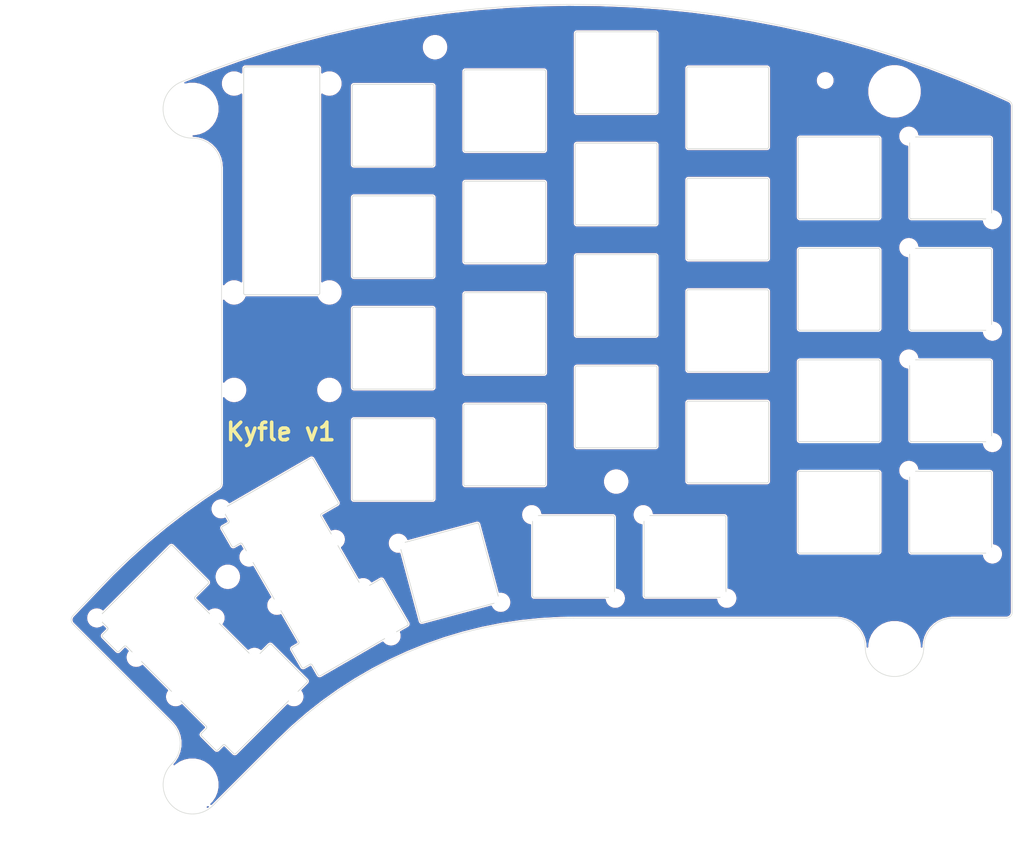
<source format=kicad_pcb>
(kicad_pcb (version 20171130) (host pcbnew 5.1.10-88a1d61d58~90~ubuntu20.04.1)
  (layers (0 F.Cu signal) (31 B.Cu signal) (34 B.Paste user hide) (35 F.Paste user hide) (36 B.SilkS user hide) (37 F.SilkS user) (38 B.Mask user hide) (39 F.Mask user hide) (44 Edge.Cuts user))
  (net 0 "")
  (module SofleChocTop:SK6812_Bit (layer F.Cu) (at 204.76875 36.73125)
    (fp_text reference SW2 hide)
    (fp_text value KEY_SWITCH hide)
    (pad "" np_thru_hole circle (at 0 0) (size 2.5 2.5) (drill 2.5) (layers *.Cu *.Mask))
  )
  (module SofleChocTop:SU120_RGB_SW_2u_Top (layer F.Cu) (at 116.057845 120.838155 30)
    (fp_text reference SW2 hide)
    (fp_text value KEY_SWITCH hide)
    (fp_arc (start -7.3 -9.64) (end -7 -9.64) (angle -90) (layer Edge.Cuts) (width 0.12))
    (fp_arc (start -8.45 -10.24) (end -8.75 -10.24) (angle -90) (layer Edge.Cuts) (width 0.12))
    (fp_arc (start -7.3 -14.24) (end -7.3 -13.94) (angle -90) (layer Edge.Cuts) (width 0.12))
    (fp_arc (start -8.45 -13.64) (end -8.45 -13.94) (angle -90) (layer Edge.Cuts) (width 0.12))
    (fp_arc (start -7.3 9.64) (end -7.3 9.94) (angle -90) (layer Edge.Cuts) (width 0.12))
    (fp_arc (start -8.45 10.24) (end -8.45 9.94) (angle -90) (layer Edge.Cuts) (width 0.12))
    (fp_arc (start -8.45 13.64) (end -8.75 13.64) (angle -90) (layer Edge.Cuts) (width 0.12))
    (fp_arc (start -7.3 14.24) (end -7 14.24) (angle -90) (layer Edge.Cuts) (width 0.12))
    (fp_arc (start 10.45 7.655) (end 10.75 7.655) (angle -90) (layer Edge.Cuts) (width 0.12))
    (fp_arc (start 7.3 7.055) (end 7 7.055) (angle -90) (layer Edge.Cuts) (width 0.12))
    (fp_arc (start 7.3 -7.055) (end 7.3 -7.355) (angle -90) (layer Edge.Cuts) (width 0.12))
    (fp_arc (start 10.45 -7.655) (end 10.45 -7.355) (angle -90) (layer Edge.Cuts) (width 0.12))
    (fp_arc (start 10.45 16.225) (end 10.45 16.525) (angle -90) (layer Edge.Cuts) (width 0.12))
    (fp_arc (start -6.7 16.225) (end -7 16.225) (angle -90) (layer Edge.Cuts) (width 0.12))
    (fp_arc (start -6.7 -16.225) (end -6.7 -16.525) (angle -90) (layer Edge.Cuts) (width 0.12))
    (fp_arc (start 10.45 -16.225) (end 10.75 -16.225) (angle -90) (layer Edge.Cuts) (width 0.12))
    (fp_line (start -7 -16.225) (end -7 -14.24) (layer Edge.Cuts) (width 0.12))
    (fp_line (start -8.75 -10.24) (end -8.75 -13.64) (layer Edge.Cuts) (width 0.12))
    (fp_line (start -7 16.225) (end -7 14.24) (layer Edge.Cuts) (width 0.12))
    (fp_line (start -8.75 10.24) (end -8.75 13.64) (layer Edge.Cuts) (width 0.12))
    (fp_line (start 10.45 7.355) (end 7.3 7.355) (layer Edge.Cuts) (width 0.12))
    (fp_line (start 10.45 -7.355) (end 7.3 -7.355) (layer Edge.Cuts) (width 0.12))
    (fp_line (start 10.75 -16.225) (end 10.75 -7.655) (layer Edge.Cuts) (width 0.12))
    (fp_line (start 10.75 16.225) (end 10.75 7.655) (layer Edge.Cuts) (width 0.12))
    (fp_line (start 7 7.055) (end 7 -7.055) (layer Edge.Cuts) (width 0.12))
    (fp_line (start -6.7 16.525) (end 10.45 16.525) (layer Edge.Cuts) (width 0.12))
    (fp_line (start 10.45 -16.525) (end -6.7 -16.525) (layer Edge.Cuts) (width 0.12))
    (fp_line (start -7 -9.64) (end -7 9.64) (layer Edge.Cuts) (width 0.12))
    (fp_line (start -8.45 13.94) (end -7.3 13.94) (layer Edge.Cuts) (width 0.12))
    (fp_line (start -8.45 9.94) (end -7.3 9.94) (layer Edge.Cuts) (width 0.12))
    (fp_line (start -8.45 -9.94) (end -7.3 -9.94) (layer Edge.Cuts) (width 0.12))
    (fp_line (start -8.45 -13.94) (end -7.3 -13.94) (layer Edge.Cuts) (width 0.12))
    (pad "" np_thru_hole circle (at 7.14375 7.14375 30) (size 2.2 2.2) (drill 2.2) (layers *.Cu *.Mask) (clearance 0.55))
    (pad "" np_thru_hole circle (at -7.14375 -7.14375 30) (size 2.2 2.2) (drill 2.2) (layers *.Cu *.Mask) (clearance 0.55))
    (pad "" np_thru_hole circle (at -7.14375 2.38125 30) (size 2.2 2.2) (drill 2.2) (layers *.Cu *.Mask) (clearance 0.55))
    (pad "" np_thru_hole circle (at 7.14375 16.66875 30) (size 2.2 2.2) (drill 2.2) (layers *.Cu *.Mask) (clearance 0.55))
    (pad "" np_thru_hole circle (at 7.14375 -2.38125 30) (size 2.2 2.2) (drill 2.2) (layers *.Cu *.Mask) (clearance 0.55))
    (pad "" np_thru_hole circle (at -7.14375 -16.66875 30) (size 2.2 2.2) (drill 2.2) (layers *.Cu *.Mask) (clearance 0.55))
  )
  (module SofleChocTop:SU120_RGB_SW_2u_Top (layer F.Cu) (at 97.135413 135.364647 45)
    (fp_text reference SW2 hide)
    (fp_text value KEY_SWITCH hide)
    (fp_arc (start -7.3 -9.64) (end -7 -9.64) (angle -90) (layer Edge.Cuts) (width 0.12))
    (fp_arc (start -8.45 -10.24) (end -8.75 -10.24) (angle -90) (layer Edge.Cuts) (width 0.12))
    (fp_arc (start -7.3 -14.24) (end -7.3 -13.94) (angle -90) (layer Edge.Cuts) (width 0.12))
    (fp_arc (start -8.45 -13.64) (end -8.45 -13.94) (angle -90) (layer Edge.Cuts) (width 0.12))
    (fp_arc (start -7.3 9.64) (end -7.3 9.94) (angle -90) (layer Edge.Cuts) (width 0.12))
    (fp_arc (start -8.45 10.24) (end -8.45 9.94) (angle -90) (layer Edge.Cuts) (width 0.12))
    (fp_arc (start -8.45 13.64) (end -8.75 13.64) (angle -90) (layer Edge.Cuts) (width 0.12))
    (fp_arc (start -7.3 14.24) (end -7 14.24) (angle -90) (layer Edge.Cuts) (width 0.12))
    (fp_arc (start 10.45 7.655) (end 10.75 7.655) (angle -90) (layer Edge.Cuts) (width 0.12))
    (fp_arc (start 7.3 7.055) (end 7 7.055) (angle -90) (layer Edge.Cuts) (width 0.12))
    (fp_arc (start 7.3 -7.055) (end 7.3 -7.355) (angle -90) (layer Edge.Cuts) (width 0.12))
    (fp_arc (start 10.45 -7.655) (end 10.45 -7.355) (angle -90) (layer Edge.Cuts) (width 0.12))
    (fp_arc (start 10.45 16.225) (end 10.45 16.525) (angle -90) (layer Edge.Cuts) (width 0.12))
    (fp_arc (start -6.7 16.225) (end -7 16.225) (angle -90) (layer Edge.Cuts) (width 0.12))
    (fp_arc (start -6.7 -16.225) (end -6.7 -16.525) (angle -90) (layer Edge.Cuts) (width 0.12))
    (fp_arc (start 10.45 -16.225) (end 10.75 -16.225) (angle -90) (layer Edge.Cuts) (width 0.12))
    (fp_line (start -7 -16.225) (end -7 -14.24) (layer Edge.Cuts) (width 0.12))
    (fp_line (start -8.75 -10.24) (end -8.75 -13.64) (layer Edge.Cuts) (width 0.12))
    (fp_line (start -7 16.225) (end -7 14.24) (layer Edge.Cuts) (width 0.12))
    (fp_line (start -8.75 10.24) (end -8.75 13.64) (layer Edge.Cuts) (width 0.12))
    (fp_line (start 10.45 7.355) (end 7.3 7.355) (layer Edge.Cuts) (width 0.12))
    (fp_line (start 10.45 -7.355) (end 7.3 -7.355) (layer Edge.Cuts) (width 0.12))
    (fp_line (start 10.75 -16.225) (end 10.75 -7.655) (layer Edge.Cuts) (width 0.12))
    (fp_line (start 10.75 16.225) (end 10.75 7.655) (layer Edge.Cuts) (width 0.12))
    (fp_line (start 7 7.055) (end 7 -7.055) (layer Edge.Cuts) (width 0.12))
    (fp_line (start -6.7 16.525) (end 10.45 16.525) (layer Edge.Cuts) (width 0.12))
    (fp_line (start 10.45 -16.525) (end -6.7 -16.525) (layer Edge.Cuts) (width 0.12))
    (fp_line (start -7 -9.64) (end -7 9.64) (layer Edge.Cuts) (width 0.12))
    (fp_line (start -8.45 13.94) (end -7.3 13.94) (layer Edge.Cuts) (width 0.12))
    (fp_line (start -8.45 9.94) (end -7.3 9.94) (layer Edge.Cuts) (width 0.12))
    (fp_line (start -8.45 -9.94) (end -7.3 -9.94) (layer Edge.Cuts) (width 0.12))
    (fp_line (start -8.45 -13.94) (end -7.3 -13.94) (layer Edge.Cuts) (width 0.12))
    (pad "" np_thru_hole circle (at 7.14375 7.14375 45) (size 2.2 2.2) (drill 2.2) (layers *.Cu *.Mask) (clearance 0.55))
    (pad "" np_thru_hole circle (at -7.14375 -7.14375 45) (size 2.2 2.2) (drill 2.2) (layers *.Cu *.Mask) (clearance 0.55))
    (pad "" np_thru_hole circle (at -7.14375 2.38125 45) (size 2.2 2.2) (drill 2.2) (layers *.Cu *.Mask) (clearance 0.55))
    (pad "" np_thru_hole circle (at 7.14375 16.66875 45) (size 2.2 2.2) (drill 2.2) (layers *.Cu *.Mask) (clearance 0.55))
    (pad "" np_thru_hole circle (at 7.14375 -2.38125 45) (size 2.2 2.2) (drill 2.2) (layers *.Cu *.Mask) (clearance 0.55))
    (pad "" np_thru_hole circle (at -7.14375 -16.66875 45) (size 2.2 2.2) (drill 2.2) (layers *.Cu *.Mask) (clearance 0.55))
  )
  (module SofleChocTop:SU120_RGB_SW_Top_drilled (layer F.Cu) (at 226.2 53.4)
    (fp_text reference SW2 hide)
    (fp_text value KEY_SWITCH hide)
    (fp_arc (start 6.7 -6.7) (end 7 -6.7) (angle -90) (layer Edge.Cuts) (width 0.12))
    (fp_arc (start -6.7 -6.7) (end -6.7 -7) (angle -90) (layer Edge.Cuts) (width 0.12))
    (fp_arc (start -6.7 6.7) (end -7 6.7) (angle -90) (layer Edge.Cuts) (width 0.12))
    (fp_arc (start 6.7 6.7) (end 6.7 7) (angle -90) (layer Edge.Cuts) (width 0.12))
    (fp_line (start 6.7 -7) (end -6.7 -7) (layer Edge.Cuts) (width 0.12))
    (fp_line (start 7 6.7) (end 7 -6.7) (layer Edge.Cuts) (width 0.12))
    (fp_line (start -6.7 7) (end 6.7 7) (layer Edge.Cuts) (width 0.12))
    (fp_line (start -7 -6.7) (end -7 6.7) (layer Edge.Cuts) (width 0.12))
    (pad "" np_thru_hole circle (at 7.14375 7.14375) (size 2.2 2.2) (drill 2.2) (layers *.Cu *.Mask) (clearance 0.55))
    (pad "" np_thru_hole circle (at -7.14375 -7.14375) (size 2.2 2.2) (drill 2.2) (layers *.Cu *.Mask) (clearance 0.55))
  )
  (module SofleChocTop:SU120_RGB_SW_Top_drilled (layer F.Cu) (at 226.2 72.45)
    (fp_text reference SW2 hide)
    (fp_text value KEY_SWITCH hide)
    (fp_arc (start 6.7 -6.7) (end 7 -6.7) (angle -90) (layer Edge.Cuts) (width 0.12))
    (fp_arc (start -6.7 -6.7) (end -6.7 -7) (angle -90) (layer Edge.Cuts) (width 0.12))
    (fp_arc (start -6.7 6.7) (end -7 6.7) (angle -90) (layer Edge.Cuts) (width 0.12))
    (fp_arc (start 6.7 6.7) (end 6.7 7) (angle -90) (layer Edge.Cuts) (width 0.12))
    (fp_line (start 6.7 -7) (end -6.7 -7) (layer Edge.Cuts) (width 0.12))
    (fp_line (start 7 6.7) (end 7 -6.7) (layer Edge.Cuts) (width 0.12))
    (fp_line (start -6.7 7) (end 6.7 7) (layer Edge.Cuts) (width 0.12))
    (fp_line (start -7 -6.7) (end -7 6.7) (layer Edge.Cuts) (width 0.12))
    (pad "" np_thru_hole circle (at 7.14375 7.14375) (size 2.2 2.2) (drill 2.2) (layers *.Cu *.Mask) (clearance 0.55))
    (pad "" np_thru_hole circle (at -7.14375 -7.14375) (size 2.2 2.2) (drill 2.2) (layers *.Cu *.Mask) (clearance 0.55))
  )
  (module SofleChocTop:SU120_RGB_SW_Top_drilled (layer F.Cu) (at 226.2 91.5)
    (fp_text reference SW2 hide)
    (fp_text value KEY_SWITCH hide)
    (fp_arc (start 6.7 -6.7) (end 7 -6.7) (angle -90) (layer Edge.Cuts) (width 0.12))
    (fp_arc (start -6.7 -6.7) (end -6.7 -7) (angle -90) (layer Edge.Cuts) (width 0.12))
    (fp_arc (start -6.7 6.7) (end -7 6.7) (angle -90) (layer Edge.Cuts) (width 0.12))
    (fp_arc (start 6.7 6.7) (end 6.7 7) (angle -90) (layer Edge.Cuts) (width 0.12))
    (fp_line (start 6.7 -7) (end -6.7 -7) (layer Edge.Cuts) (width 0.12))
    (fp_line (start 7 6.7) (end 7 -6.7) (layer Edge.Cuts) (width 0.12))
    (fp_line (start -6.7 7) (end 6.7 7) (layer Edge.Cuts) (width 0.12))
    (fp_line (start -7 -6.7) (end -7 6.7) (layer Edge.Cuts) (width 0.12))
    (pad "" np_thru_hole circle (at 7.14375 7.14375) (size 2.2 2.2) (drill 2.2) (layers *.Cu *.Mask) (clearance 0.55))
    (pad "" np_thru_hole circle (at -7.14375 -7.14375) (size 2.2 2.2) (drill 2.2) (layers *.Cu *.Mask) (clearance 0.55))
  )
  (module SofleChocTop:SU120_RGB_SW_Top_drilled (layer F.Cu) (at 226.2 110.55)
    (fp_text reference SW2 hide)
    (fp_text value KEY_SWITCH hide)
    (fp_arc (start 6.7 -6.7) (end 7 -6.7) (angle -90) (layer Edge.Cuts) (width 0.12))
    (fp_arc (start -6.7 -6.7) (end -6.7 -7) (angle -90) (layer Edge.Cuts) (width 0.12))
    (fp_arc (start -6.7 6.7) (end -7 6.7) (angle -90) (layer Edge.Cuts) (width 0.12))
    (fp_arc (start 6.7 6.7) (end 6.7 7) (angle -90) (layer Edge.Cuts) (width 0.12))
    (fp_line (start 6.7 -7) (end -6.7 -7) (layer Edge.Cuts) (width 0.12))
    (fp_line (start 7 6.7) (end 7 -6.7) (layer Edge.Cuts) (width 0.12))
    (fp_line (start -6.7 7) (end 6.7 7) (layer Edge.Cuts) (width 0.12))
    (fp_line (start -7 -6.7) (end -7 6.7) (layer Edge.Cuts) (width 0.12))
    (pad "" np_thru_hole circle (at 7.14375 7.14375) (size 2.2 2.2) (drill 2.2) (layers *.Cu *.Mask) (clearance 0.55))
    (pad "" np_thru_hole circle (at -7.14375 -7.14375) (size 2.2 2.2) (drill 2.2) (layers *.Cu *.Mask) (clearance 0.55))
  )
  (module SofleChocTop:SU120_RGB_SW_Top_drilled (layer F.Cu) (at 140.575 120.91 15)
    (fp_text reference SW2 hide)
    (fp_text value KEY_SWITCH hide)
    (fp_arc (start 6.7 -6.7) (end 7 -6.7) (angle -90) (layer Edge.Cuts) (width 0.12))
    (fp_arc (start -6.7 -6.7) (end -6.7 -7) (angle -90) (layer Edge.Cuts) (width 0.12))
    (fp_arc (start -6.7 6.7) (end -7 6.7) (angle -90) (layer Edge.Cuts) (width 0.12))
    (fp_arc (start 6.7 6.7) (end 6.7 7) (angle -90) (layer Edge.Cuts) (width 0.12))
    (fp_line (start 6.7 -7) (end -6.7 -7) (layer Edge.Cuts) (width 0.12))
    (fp_line (start 7 6.7) (end 7 -6.7) (layer Edge.Cuts) (width 0.12))
    (fp_line (start -6.7 7) (end 6.7 7) (layer Edge.Cuts) (width 0.12))
    (fp_line (start -7 -6.7) (end -7 6.7) (layer Edge.Cuts) (width 0.12))
    (pad "" np_thru_hole circle (at 7.14375 7.14375 15) (size 2.2 2.2) (drill 2.2) (layers *.Cu *.Mask) (clearance 0.55))
    (pad "" np_thru_hole circle (at -7.14375 -7.14375 15) (size 2.2 2.2) (drill 2.2) (layers *.Cu *.Mask) (clearance 0.55))
  )
  (module SofleChocTop:SU120_RGB_SW_Top_drilled (layer F.Cu) (at 161.76 118.12)
    (fp_text reference SW2 hide)
    (fp_text value KEY_SWITCH hide)
    (fp_arc (start 6.7 -6.7) (end 7 -6.7) (angle -90) (layer Edge.Cuts) (width 0.12))
    (fp_arc (start -6.7 -6.7) (end -6.7 -7) (angle -90) (layer Edge.Cuts) (width 0.12))
    (fp_arc (start -6.7 6.7) (end -7 6.7) (angle -90) (layer Edge.Cuts) (width 0.12))
    (fp_arc (start 6.7 6.7) (end 6.7 7) (angle -90) (layer Edge.Cuts) (width 0.12))
    (fp_line (start 6.7 -7) (end -6.7 -7) (layer Edge.Cuts) (width 0.12))
    (fp_line (start 7 6.7) (end 7 -6.7) (layer Edge.Cuts) (width 0.12))
    (fp_line (start -6.7 7) (end 6.7 7) (layer Edge.Cuts) (width 0.12))
    (fp_line (start -7 -6.7) (end -7 6.7) (layer Edge.Cuts) (width 0.12))
    (pad "" np_thru_hole circle (at 7.14375 7.14375) (size 2.2 2.2) (drill 2.2) (layers *.Cu *.Mask) (clearance 0.55))
    (pad "" np_thru_hole circle (at -7.14375 -7.14375) (size 2.2 2.2) (drill 2.2) (layers *.Cu *.Mask) (clearance 0.55))
  )
  (module SofleChocTop:SU120_RGB_SW_Top_drilled (layer F.Cu) (at 180.81 118.12)
    (fp_text reference SW2 hide)
    (fp_text value KEY_SWITCH hide)
    (fp_arc (start 6.7 -6.7) (end 7 -6.7) (angle -90) (layer Edge.Cuts) (width 0.12))
    (fp_arc (start -6.7 -6.7) (end -6.7 -7) (angle -90) (layer Edge.Cuts) (width 0.12))
    (fp_arc (start -6.7 6.7) (end -7 6.7) (angle -90) (layer Edge.Cuts) (width 0.12))
    (fp_arc (start 6.7 6.7) (end 6.7 7) (angle -90) (layer Edge.Cuts) (width 0.12))
    (fp_line (start 6.7 -7) (end -6.7 -7) (layer Edge.Cuts) (width 0.12))
    (fp_line (start 7 6.7) (end 7 -6.7) (layer Edge.Cuts) (width 0.12))
    (fp_line (start -6.7 7) (end 6.7 7) (layer Edge.Cuts) (width 0.12))
    (fp_line (start -7 -6.7) (end -7 6.7) (layer Edge.Cuts) (width 0.12))
    (pad "" np_thru_hole circle (at 7.14375 7.14375) (size 2.2 2.2) (drill 2.2) (layers *.Cu *.Mask) (clearance 0.55))
    (pad "" np_thru_hole circle (at -7.14375 -7.14375) (size 2.2 2.2) (drill 2.2) (layers *.Cu *.Mask) (clearance 0.55))
  )
  (module SofleChocTop:M5_with_washer (layer F.Cu) (at 96.6125 157.14773 135)
    (fp_text reference REF** hide)
    (fp_text value MountingHole_2.2mm_M2_ISO14580 hide)
    (pad "" np_thru_hole circle (at 0 0 135) (size 5.3 5.3) (drill 5.3) (layers *.Cu *.Mask) (clearance 1.85))
  )
  (module SofleChocTop:M5_with_washer (layer F.Cu) (at 96.6125 41.6 90)
    (fp_text reference REF** hide)
    (fp_text value MountingHole_2.2mm_M2_ISO14580 hide)
    (pad "" np_thru_hole circle (at 0 0 90) (size 5.3 5.3) (drill 5.3) (layers *.Cu *.Mask) (clearance 1.85))
  )
  (module SofleChocTop:M5_with_washer (layer F.Cu) (at 216.6125 133.64)
    (fp_text reference REF** hide)
    (fp_text value MountingHole_2.2mm_M2_ISO14580 hide)
    (pad "" np_thru_hole circle (at 0 0) (size 5.3 5.3) (drill 5.3) (layers *.Cu *.Mask) (clearance 1.85))
  )
  (module SofleChocTop:M5_with_washer (layer F.Cu) (at 216.6125 38.6)
    (fp_text reference REF** hide)
    (fp_text value MountingHole_2.2mm_M2_ISO14580 hide)
    (pad "" np_thru_hole circle (at 0 0) (size 5.3 5.3) (drill 5.3) (layers *.Cu *.Mask) (clearance 1.85))
  )
  (module SofleChocTop:M2_with_washer (layer F.Cu) (at 169.05 105.3135 90)
    (fp_text reference TH7 hide)
    (fp_text value HOLE hide)
    (pad "" np_thru_hole circle (at 0 0 90) (size 2.2 2.2) (drill 2.2) (layers *.Cu *.Mask) (clearance 1))
  )
  (module SofleChocTop:M2_with_washer (layer F.Cu) (at 102.684714 121.597542 180)
    (fp_text reference TH7 hide)
    (fp_text value HOLE hide)
    (pad "" np_thru_hole circle (at 0 0 180) (size 2.2 2.2) (drill 2.2) (layers *.Cu *.Mask) (clearance 1))
  )
  (module SofleChocTop:M2_with_washer (layer F.Cu) (at 138.09375 31.04375)
    (fp_text reference TH3 hide)
    (fp_text value HOLE hide)
    (pad "" np_thru_hole circle (at 0 0) (size 2.2 2.2) (drill 2.2) (layers *.Cu *.Mask) (clearance 1))
  )
  (module SofleChocTop:M2_with_washer (layer F.Cu) (at 120.04375 89.64375)
    (fp_text reference REF** hide)
    (fp_text value MountingHole_2.2mm_M2_ISO14580)
    (pad "" np_thru_hole circle (at 0 0) (size 2.2 2.2) (drill 2.2) (layers *.Cu *.Mask) (clearance 1))
  )
  (module SofleChocTop:M2_with_washer (layer F.Cu) (at 103.75625 89.64375)
    (fp_text reference REF** hide)
    (fp_text value MountingHole_2.2mm_M2_ISO14580)
    (pad "" np_thru_hole circle (at 0 0) (size 2.2 2.2) (drill 2.2) (layers *.Cu *.Mask) (clearance 1))
  )
  (module SofleChocTop:M2_with_washer (layer F.Cu) (at 103.75625 72.975)
    (fp_text reference REF** hide)
    (fp_text value MountingHole_2.2mm_M2_ISO14580)
    (pad "" np_thru_hole circle (at 0 0) (size 2.2 2.2) (drill 2.2) (layers *.Cu *.Mask) (clearance 1))
  )
  (module SofleChocTop:M2_with_washer (layer F.Cu) (at 120.04375 72.975)
    (fp_text reference REF** hide)
    (fp_text value MountingHole_2.2mm_M2_ISO14580)
    (pad "" np_thru_hole circle (at 0 0) (size 2.2 2.2) (drill 2.2) (layers *.Cu *.Mask) (clearance 1))
  )
  (module SofleChocTop:M2_with_washer (layer F.Cu) (at 120.04375 37.25625)
    (fp_text reference REF** hide)
    (fp_text value MountingHole_2.2mm_M2_ISO14580)
    (pad "" np_thru_hole circle (at 0 0) (size 2.2 2.2) (drill 2.2) (layers *.Cu *.Mask) (clearance 1))
  )
  (module SofleChocTop:M2_with_washer (layer F.Cu) (at 103.75625 37.25625)
    (fp_text reference REF** hide)
    (fp_text value MountingHole_2.2mm_M2_ISO14580)
    (pad "" np_thru_hole circle (at 0 0) (size 2.2 2.2) (drill 2.2) (layers *.Cu *.Mask) (clearance 1))
  )
  (module SofleChocTop:SU120_ProMicro_Top (layer F.Cu) (at 111.9 63.45)
    (fp_text reference SW2 hide)
    (fp_text value "PRO MICRO" hide)
    (fp_arc (start 6.2 9.64) (end 6.2 9.94) (angle -90) (layer Edge.Cuts) (width 0.12))
    (fp_arc (start -6.2 9.64) (end -6.5 9.64) (angle -90) (layer Edge.Cuts) (width 0.12))
    (fp_arc (start -6.2 -28.76) (end -6.2 -29.06) (angle -90) (layer Edge.Cuts) (width 0.12))
    (fp_arc (start 6.2 -28.76) (end 6.5 -28.76) (angle -90) (layer Edge.Cuts) (width 0.12))
    (fp_line (start -6.2 -29.06) (end 6.2 -29.06) (layer Edge.Cuts) (width 0.12))
    (fp_line (start 6.5 -28.76) (end 6.5 9.64) (layer Edge.Cuts) (width 0.12))
    (fp_line (start 6.2 9.94) (end -6.2 9.94) (layer Edge.Cuts) (width 0.12))
    (fp_line (start -6.5 9.64) (end -6.5 -28.76) (layer Edge.Cuts) (width 0.12))
  )
  (module SofleChocTop:SU120_RGB_SW_Top (layer F.Cu) (at 207.15 72.45)
    (fp_text reference SW2 hide)
    (fp_text value KEY_SWITCH hide)
    (fp_arc (start 6.7 6.7) (end 6.7 7) (angle -90) (layer Edge.Cuts) (width 0.12))
    (fp_arc (start -6.7 6.7) (end -7 6.7) (angle -90) (layer Edge.Cuts) (width 0.12))
    (fp_arc (start -6.7 -6.7) (end -6.7 -7) (angle -90) (layer Edge.Cuts) (width 0.12))
    (fp_arc (start 6.7 -6.7) (end 7 -6.7) (angle -90) (layer Edge.Cuts) (width 0.12))
    (fp_line (start 6.7 -7) (end -6.7 -7) (layer Edge.Cuts) (width 0.12))
    (fp_line (start 7 6.7) (end 7 -6.7) (layer Edge.Cuts) (width 0.12))
    (fp_line (start -6.7 7) (end 6.7 7) (layer Edge.Cuts) (width 0.12))
    (fp_line (start -7 -6.7) (end -7 6.7) (layer Edge.Cuts) (width 0.12))
  )
  (module SofleChocTop:SU120_RGB_SW_Top (layer F.Cu) (at 150 99.05)
    (fp_text reference SW2 hide)
    (fp_text value KEY_SWITCH hide)
    (fp_arc (start 6.7 6.7) (end 6.7 7) (angle -90) (layer Edge.Cuts) (width 0.12))
    (fp_arc (start -6.7 6.7) (end -7 6.7) (angle -90) (layer Edge.Cuts) (width 0.12))
    (fp_arc (start -6.7 -6.7) (end -6.7 -7) (angle -90) (layer Edge.Cuts) (width 0.12))
    (fp_arc (start 6.7 -6.7) (end 7 -6.7) (angle -90) (layer Edge.Cuts) (width 0.12))
    (fp_line (start 6.7 -7) (end -6.7 -7) (layer Edge.Cuts) (width 0.12))
    (fp_line (start 7 6.7) (end 7 -6.7) (layer Edge.Cuts) (width 0.12))
    (fp_line (start -6.7 7) (end 6.7 7) (layer Edge.Cuts) (width 0.12))
    (fp_line (start -7 -6.7) (end -7 6.7) (layer Edge.Cuts) (width 0.12))
  )
  (module SofleChocTop:SU120_RGB_SW_Top (layer F.Cu) (at 207.15 91.5)
    (fp_text reference SW2 hide)
    (fp_text value KEY_SWITCH hide)
    (fp_arc (start 6.7 6.7) (end 6.7 7) (angle -90) (layer Edge.Cuts) (width 0.12))
    (fp_arc (start -6.7 6.7) (end -7 6.7) (angle -90) (layer Edge.Cuts) (width 0.12))
    (fp_arc (start -6.7 -6.7) (end -6.7 -7) (angle -90) (layer Edge.Cuts) (width 0.12))
    (fp_arc (start 6.7 -6.7) (end 7 -6.7) (angle -90) (layer Edge.Cuts) (width 0.12))
    (fp_line (start 6.7 -7) (end -6.7 -7) (layer Edge.Cuts) (width 0.12))
    (fp_line (start 7 6.7) (end 7 -6.7) (layer Edge.Cuts) (width 0.12))
    (fp_line (start -6.7 7) (end 6.7 7) (layer Edge.Cuts) (width 0.12))
    (fp_line (start -7 -6.7) (end -7 6.7) (layer Edge.Cuts) (width 0.12))
  )
  (module SofleChocTop:SU120_RGB_SW_Top (layer F.Cu) (at 188.1 79.5)
    (fp_text reference SW2 hide)
    (fp_text value KEY_SWITCH hide)
    (fp_arc (start 6.7 6.7) (end 6.7 7) (angle -90) (layer Edge.Cuts) (width 0.12))
    (fp_arc (start -6.7 6.7) (end -7 6.7) (angle -90) (layer Edge.Cuts) (width 0.12))
    (fp_arc (start -6.7 -6.7) (end -6.7 -7) (angle -90) (layer Edge.Cuts) (width 0.12))
    (fp_arc (start 6.7 -6.7) (end 7 -6.7) (angle -90) (layer Edge.Cuts) (width 0.12))
    (fp_line (start 6.7 -7) (end -6.7 -7) (layer Edge.Cuts) (width 0.12))
    (fp_line (start 7 6.7) (end 7 -6.7) (layer Edge.Cuts) (width 0.12))
    (fp_line (start -6.7 7) (end 6.7 7) (layer Edge.Cuts) (width 0.12))
    (fp_line (start -7 -6.7) (end -7 6.7) (layer Edge.Cuts) (width 0.12))
  )
  (module SofleChocTop:SU120_RGB_SW_Top (layer F.Cu) (at 169.05 73.5)
    (fp_text reference SW2 hide)
    (fp_text value KEY_SWITCH hide)
    (fp_arc (start 6.7 6.7) (end 6.7 7) (angle -90) (layer Edge.Cuts) (width 0.12))
    (fp_arc (start -6.7 6.7) (end -7 6.7) (angle -90) (layer Edge.Cuts) (width 0.12))
    (fp_arc (start -6.7 -6.7) (end -6.7 -7) (angle -90) (layer Edge.Cuts) (width 0.12))
    (fp_arc (start 6.7 -6.7) (end 7 -6.7) (angle -90) (layer Edge.Cuts) (width 0.12))
    (fp_line (start 6.7 -7) (end -6.7 -7) (layer Edge.Cuts) (width 0.12))
    (fp_line (start 7 6.7) (end 7 -6.7) (layer Edge.Cuts) (width 0.12))
    (fp_line (start -6.7 7) (end 6.7 7) (layer Edge.Cuts) (width 0.12))
    (fp_line (start -7 -6.7) (end -7 6.7) (layer Edge.Cuts) (width 0.12))
  )
  (module SofleChocTop:SU120_RGB_SW_Top (layer F.Cu) (at 130.95 82.5)
    (fp_text reference SW2 hide)
    (fp_text value KEY_SWITCH hide)
    (fp_arc (start 6.7 6.7) (end 6.7 7) (angle -90) (layer Edge.Cuts) (width 0.12))
    (fp_arc (start -6.7 6.7) (end -7 6.7) (angle -90) (layer Edge.Cuts) (width 0.12))
    (fp_arc (start -6.7 -6.7) (end -6.7 -7) (angle -90) (layer Edge.Cuts) (width 0.12))
    (fp_arc (start 6.7 -6.7) (end 7 -6.7) (angle -90) (layer Edge.Cuts) (width 0.12))
    (fp_line (start 6.7 -7) (end -6.7 -7) (layer Edge.Cuts) (width 0.12))
    (fp_line (start 7 6.7) (end 7 -6.7) (layer Edge.Cuts) (width 0.12))
    (fp_line (start -6.7 7) (end 6.7 7) (layer Edge.Cuts) (width 0.12))
    (fp_line (start -7 -6.7) (end -7 6.7) (layer Edge.Cuts) (width 0.12))
  )
  (module SofleChocTop:SU120_RGB_SW_Top (layer F.Cu) (at 150 80)
    (fp_text reference SW2 hide)
    (fp_text value KEY_SWITCH hide)
    (fp_arc (start 6.7 6.7) (end 6.7 7) (angle -90) (layer Edge.Cuts) (width 0.12))
    (fp_arc (start -6.7 6.7) (end -7 6.7) (angle -90) (layer Edge.Cuts) (width 0.12))
    (fp_arc (start -6.7 -6.7) (end -6.7 -7) (angle -90) (layer Edge.Cuts) (width 0.12))
    (fp_arc (start 6.7 -6.7) (end 7 -6.7) (angle -90) (layer Edge.Cuts) (width 0.12))
    (fp_line (start 6.7 -7) (end -6.7 -7) (layer Edge.Cuts) (width 0.12))
    (fp_line (start 7 6.7) (end 7 -6.7) (layer Edge.Cuts) (width 0.12))
    (fp_line (start -6.7 7) (end 6.7 7) (layer Edge.Cuts) (width 0.12))
    (fp_line (start -7 -6.7) (end -7 6.7) (layer Edge.Cuts) (width 0.12))
  )
  (module SofleChocTop:SU120_RGB_SW_Top (layer F.Cu) (at 130.95 101.55)
    (fp_text reference SW2 hide)
    (fp_text value KEY_SWITCH hide)
    (fp_arc (start 6.7 6.7) (end 6.7 7) (angle -90) (layer Edge.Cuts) (width 0.12))
    (fp_arc (start -6.7 6.7) (end -7 6.7) (angle -90) (layer Edge.Cuts) (width 0.12))
    (fp_arc (start -6.7 -6.7) (end -6.7 -7) (angle -90) (layer Edge.Cuts) (width 0.12))
    (fp_arc (start 6.7 -6.7) (end 7 -6.7) (angle -90) (layer Edge.Cuts) (width 0.12))
    (fp_line (start 6.7 -7) (end -6.7 -7) (layer Edge.Cuts) (width 0.12))
    (fp_line (start 7 6.7) (end 7 -6.7) (layer Edge.Cuts) (width 0.12))
    (fp_line (start -6.7 7) (end 6.7 7) (layer Edge.Cuts) (width 0.12))
    (fp_line (start -7 -6.7) (end -7 6.7) (layer Edge.Cuts) (width 0.12))
  )
  (module SofleChocTop:SU120_RGB_SW_Top (layer F.Cu) (at 130.95 63.45)
    (fp_text reference SW2 hide)
    (fp_text value KEY_SWITCH hide)
    (fp_arc (start 6.7 6.7) (end 6.7 7) (angle -90) (layer Edge.Cuts) (width 0.12))
    (fp_arc (start -6.7 6.7) (end -7 6.7) (angle -90) (layer Edge.Cuts) (width 0.12))
    (fp_arc (start -6.7 -6.7) (end -6.7 -7) (angle -90) (layer Edge.Cuts) (width 0.12))
    (fp_arc (start 6.7 -6.7) (end 7 -6.7) (angle -90) (layer Edge.Cuts) (width 0.12))
    (fp_line (start 6.7 -7) (end -6.7 -7) (layer Edge.Cuts) (width 0.12))
    (fp_line (start 7 6.7) (end 7 -6.7) (layer Edge.Cuts) (width 0.12))
    (fp_line (start -6.7 7) (end 6.7 7) (layer Edge.Cuts) (width 0.12))
    (fp_line (start -7 -6.7) (end -7 6.7) (layer Edge.Cuts) (width 0.12))
  )
  (module SofleChocTop:SU120_RGB_SW_Top (layer F.Cu) (at 150 60.95)
    (fp_text reference SW2 hide)
    (fp_text value KEY_SWITCH hide)
    (fp_arc (start 6.7 6.7) (end 6.7 7) (angle -90) (layer Edge.Cuts) (width 0.12))
    (fp_arc (start -6.7 6.7) (end -7 6.7) (angle -90) (layer Edge.Cuts) (width 0.12))
    (fp_arc (start -6.7 -6.7) (end -6.7 -7) (angle -90) (layer Edge.Cuts) (width 0.12))
    (fp_arc (start 6.7 -6.7) (end 7 -6.7) (angle -90) (layer Edge.Cuts) (width 0.12))
    (fp_line (start 6.7 -7) (end -6.7 -7) (layer Edge.Cuts) (width 0.12))
    (fp_line (start 7 6.7) (end 7 -6.7) (layer Edge.Cuts) (width 0.12))
    (fp_line (start -6.7 7) (end 6.7 7) (layer Edge.Cuts) (width 0.12))
    (fp_line (start -7 -6.7) (end -7 6.7) (layer Edge.Cuts) (width 0.12))
  )
  (module SofleChocTop:SU120_RGB_SW_Top (layer F.Cu) (at 150 41.9)
    (fp_text reference SW2 hide)
    (fp_text value KEY_SWITCH hide)
    (fp_arc (start 6.7 6.7) (end 6.7 7) (angle -90) (layer Edge.Cuts) (width 0.12))
    (fp_arc (start -6.7 6.7) (end -7 6.7) (angle -90) (layer Edge.Cuts) (width 0.12))
    (fp_arc (start -6.7 -6.7) (end -6.7 -7) (angle -90) (layer Edge.Cuts) (width 0.12))
    (fp_arc (start 6.7 -6.7) (end 7 -6.7) (angle -90) (layer Edge.Cuts) (width 0.12))
    (fp_line (start 6.7 -7) (end -6.7 -7) (layer Edge.Cuts) (width 0.12))
    (fp_line (start 7 6.7) (end 7 -6.7) (layer Edge.Cuts) (width 0.12))
    (fp_line (start -6.7 7) (end 6.7 7) (layer Edge.Cuts) (width 0.12))
    (fp_line (start -7 -6.7) (end -7 6.7) (layer Edge.Cuts) (width 0.12))
  )
  (module SofleChocTop:SU120_RGB_SW_Top (layer F.Cu) (at 169.05 92.55)
    (fp_text reference SW2 hide)
    (fp_text value KEY_SWITCH hide)
    (fp_arc (start 6.7 6.7) (end 6.7 7) (angle -90) (layer Edge.Cuts) (width 0.12))
    (fp_arc (start -6.7 6.7) (end -7 6.7) (angle -90) (layer Edge.Cuts) (width 0.12))
    (fp_arc (start -6.7 -6.7) (end -6.7 -7) (angle -90) (layer Edge.Cuts) (width 0.12))
    (fp_arc (start 6.7 -6.7) (end 7 -6.7) (angle -90) (layer Edge.Cuts) (width 0.12))
    (fp_line (start 6.7 -7) (end -6.7 -7) (layer Edge.Cuts) (width 0.12))
    (fp_line (start 7 6.7) (end 7 -6.7) (layer Edge.Cuts) (width 0.12))
    (fp_line (start -6.7 7) (end 6.7 7) (layer Edge.Cuts) (width 0.12))
    (fp_line (start -7 -6.7) (end -7 6.7) (layer Edge.Cuts) (width 0.12))
  )
  (module SofleChocTop:SU120_RGB_SW_Top (layer F.Cu) (at 169.05 54.45)
    (fp_text reference SW2 hide)
    (fp_text value KEY_SWITCH hide)
    (fp_arc (start 6.7 6.7) (end 6.7 7) (angle -90) (layer Edge.Cuts) (width 0.12))
    (fp_arc (start -6.7 6.7) (end -7 6.7) (angle -90) (layer Edge.Cuts) (width 0.12))
    (fp_arc (start -6.7 -6.7) (end -6.7 -7) (angle -90) (layer Edge.Cuts) (width 0.12))
    (fp_arc (start 6.7 -6.7) (end 7 -6.7) (angle -90) (layer Edge.Cuts) (width 0.12))
    (fp_line (start 6.7 -7) (end -6.7 -7) (layer Edge.Cuts) (width 0.12))
    (fp_line (start 7 6.7) (end 7 -6.7) (layer Edge.Cuts) (width 0.12))
    (fp_line (start -6.7 7) (end 6.7 7) (layer Edge.Cuts) (width 0.12))
    (fp_line (start -7 -6.7) (end -7 6.7) (layer Edge.Cuts) (width 0.12))
  )
  (module SofleChocTop:SU120_RGB_SW_Top (layer F.Cu) (at 169.05 35.4)
    (fp_text reference SW2 hide)
    (fp_text value KEY_SWITCH hide)
    (fp_arc (start 6.7 6.7) (end 6.7 7) (angle -90) (layer Edge.Cuts) (width 0.12))
    (fp_arc (start -6.7 6.7) (end -7 6.7) (angle -90) (layer Edge.Cuts) (width 0.12))
    (fp_arc (start -6.7 -6.7) (end -6.7 -7) (angle -90) (layer Edge.Cuts) (width 0.12))
    (fp_arc (start 6.7 -6.7) (end 7 -6.7) (angle -90) (layer Edge.Cuts) (width 0.12))
    (fp_line (start 6.7 -7) (end -6.7 -7) (layer Edge.Cuts) (width 0.12))
    (fp_line (start 7 6.7) (end 7 -6.7) (layer Edge.Cuts) (width 0.12))
    (fp_line (start -6.7 7) (end 6.7 7) (layer Edge.Cuts) (width 0.12))
    (fp_line (start -7 -6.7) (end -7 6.7) (layer Edge.Cuts) (width 0.12))
  )
  (module SofleChocTop:SU120_RGB_SW_Top (layer F.Cu) (at 188.1 98.55)
    (fp_text reference SW2 hide)
    (fp_text value KEY_SWITCH hide)
    (fp_arc (start 6.7 6.7) (end 6.7 7) (angle -90) (layer Edge.Cuts) (width 0.12))
    (fp_arc (start -6.7 6.7) (end -7 6.7) (angle -90) (layer Edge.Cuts) (width 0.12))
    (fp_arc (start -6.7 -6.7) (end -6.7 -7) (angle -90) (layer Edge.Cuts) (width 0.12))
    (fp_arc (start 6.7 -6.7) (end 7 -6.7) (angle -90) (layer Edge.Cuts) (width 0.12))
    (fp_line (start 6.7 -7) (end -6.7 -7) (layer Edge.Cuts) (width 0.12))
    (fp_line (start 7 6.7) (end 7 -6.7) (layer Edge.Cuts) (width 0.12))
    (fp_line (start -6.7 7) (end 6.7 7) (layer Edge.Cuts) (width 0.12))
    (fp_line (start -7 -6.7) (end -7 6.7) (layer Edge.Cuts) (width 0.12))
  )
  (module SofleChocTop:SU120_RGB_SW_Top (layer F.Cu) (at 188.1 60.45)
    (fp_text reference SW2 hide)
    (fp_text value KEY_SWITCH hide)
    (fp_arc (start 6.7 6.7) (end 6.7 7) (angle -90) (layer Edge.Cuts) (width 0.12))
    (fp_arc (start -6.7 6.7) (end -7 6.7) (angle -90) (layer Edge.Cuts) (width 0.12))
    (fp_arc (start -6.7 -6.7) (end -6.7 -7) (angle -90) (layer Edge.Cuts) (width 0.12))
    (fp_arc (start 6.7 -6.7) (end 7 -6.7) (angle -90) (layer Edge.Cuts) (width 0.12))
    (fp_line (start 6.7 -7) (end -6.7 -7) (layer Edge.Cuts) (width 0.12))
    (fp_line (start 7 6.7) (end 7 -6.7) (layer Edge.Cuts) (width 0.12))
    (fp_line (start -6.7 7) (end 6.7 7) (layer Edge.Cuts) (width 0.12))
    (fp_line (start -7 -6.7) (end -7 6.7) (layer Edge.Cuts) (width 0.12))
  )
  (module SofleChocTop:SU120_RGB_SW_Top (layer F.Cu) (at 188.1 41.4)
    (fp_text reference SW2 hide)
    (fp_text value KEY_SWITCH hide)
    (fp_arc (start 6.7 6.7) (end 6.7 7) (angle -90) (layer Edge.Cuts) (width 0.12))
    (fp_arc (start -6.7 6.7) (end -7 6.7) (angle -90) (layer Edge.Cuts) (width 0.12))
    (fp_arc (start -6.7 -6.7) (end -6.7 -7) (angle -90) (layer Edge.Cuts) (width 0.12))
    (fp_arc (start 6.7 -6.7) (end 7 -6.7) (angle -90) (layer Edge.Cuts) (width 0.12))
    (fp_line (start 6.7 -7) (end -6.7 -7) (layer Edge.Cuts) (width 0.12))
    (fp_line (start 7 6.7) (end 7 -6.7) (layer Edge.Cuts) (width 0.12))
    (fp_line (start -6.7 7) (end 6.7 7) (layer Edge.Cuts) (width 0.12))
    (fp_line (start -7 -6.7) (end -7 6.7) (layer Edge.Cuts) (width 0.12))
  )
  (module SofleChocTop:SU120_RGB_SW_Top (layer F.Cu) (at 207.15 110.55)
    (fp_text reference SW2 hide)
    (fp_text value KEY_SWITCH hide)
    (fp_arc (start 6.7 6.7) (end 6.7 7) (angle -90) (layer Edge.Cuts) (width 0.12))
    (fp_arc (start -6.7 6.7) (end -7 6.7) (angle -90) (layer Edge.Cuts) (width 0.12))
    (fp_arc (start -6.7 -6.7) (end -6.7 -7) (angle -90) (layer Edge.Cuts) (width 0.12))
    (fp_arc (start 6.7 -6.7) (end 7 -6.7) (angle -90) (layer Edge.Cuts) (width 0.12))
    (fp_line (start 6.7 -7) (end -6.7 -7) (layer Edge.Cuts) (width 0.12))
    (fp_line (start 7 6.7) (end 7 -6.7) (layer Edge.Cuts) (width 0.12))
    (fp_line (start -6.7 7) (end 6.7 7) (layer Edge.Cuts) (width 0.12))
    (fp_line (start -7 -6.7) (end -7 6.7) (layer Edge.Cuts) (width 0.12))
  )
  (module SofleChocTop:SU120_RGB_SW_Top (layer F.Cu) (at 207.15 53.4)
    (fp_text reference SW2 hide)
    (fp_text value KEY_SWITCH hide)
    (fp_arc (start 6.7 6.7) (end 6.7 7) (angle -90) (layer Edge.Cuts) (width 0.12))
    (fp_arc (start -6.7 6.7) (end -7 6.7) (angle -90) (layer Edge.Cuts) (width 0.12))
    (fp_arc (start -6.7 -6.7) (end -6.7 -7) (angle -90) (layer Edge.Cuts) (width 0.12))
    (fp_arc (start 6.7 -6.7) (end 7 -6.7) (angle -90) (layer Edge.Cuts) (width 0.12))
    (fp_line (start 6.7 -7) (end -6.7 -7) (layer Edge.Cuts) (width 0.12))
    (fp_line (start 7 6.7) (end 7 -6.7) (layer Edge.Cuts) (width 0.12))
    (fp_line (start -6.7 7) (end 6.7 7) (layer Edge.Cuts) (width 0.12))
    (fp_line (start -7 -6.7) (end -7 6.7) (layer Edge.Cuts) (width 0.12))
  )
  (module SofleChocTop:SU120_RGB_SW_Top (layer F.Cu) (at 130.95 44.4)
    (fp_text reference SW2 hide)
    (fp_text value KEY_SWITCH hide)
    (fp_arc (start 6.7 6.7) (end 6.7 7) (angle -90) (layer Edge.Cuts) (width 0.12))
    (fp_arc (start -6.7 6.7) (end -7 6.7) (angle -90) (layer Edge.Cuts) (width 0.12))
    (fp_arc (start -6.7 -6.7) (end -6.7 -7) (angle -90) (layer Edge.Cuts) (width 0.12))
    (fp_arc (start 6.7 -6.7) (end 7 -6.7) (angle -90) (layer Edge.Cuts) (width 0.12))
    (fp_line (start 6.7 -7) (end -6.7 -7) (layer Edge.Cuts) (width 0.12))
    (fp_line (start 7 6.7) (end 7 -6.7) (layer Edge.Cuts) (width 0.12))
    (fp_line (start -6.7 7) (end 6.7 7) (layer Edge.Cuts) (width 0.12))
    (fp_line (start -7 -6.7) (end -7 6.7) (layer Edge.Cuts) (width 0.12))
  )
  (gr_arc (start 89.561202 150.076662) (end 93.096736 153.612196) (angle -90) (layer Edge.Cuts) (width 0.1))
  (gr_arc (start 96.63227 157.14773) (end 93.096736 153.612196) (angle -180) (layer Edge.Cuts) (width 0.1))
  (gr_arc (start 96.6125 51.589142) (end 101.6125 51.589142) (angle -90) (layer Edge.Cuts) (width 0.1))
  (gr_arc (start 96.6125 41.6) (end 94.727652 36.980597) (angle -157.8) (layer Edge.Cuts) (width 0.1))
  (gr_arc (start 226.6125 133.64) (end 226.6125 128.64) (angle -90) (layer Edge.Cuts) (width 0.1))
  (gr_arc (start 206.6125 133.64) (end 211.6125 133.64) (angle -90) (layer Edge.Cuts) (width 0.1))
  (gr_arc (start 216.6125 133.64) (end 211.6125 133.64) (angle -180) (layer Edge.Cuts) (width 0.1))
  (gr_arc (start 100.610218 105.65) (end 100.987117 106.578718) (angle -67.91134907) (layer Edge.Cuts) (width 0.1))
  (gr_line (start 101.6125 51.589142) (end 101.6125 105.65) (layer Edge.Cuts) (width 0.1))
  (gr_text "Kyfle v1" (at 111.75 96.8) (layer F.SilkS) (effects (font (size 3 3) (thickness 0.6))))
  (gr_arc (start 235.72038 41.105503) (end 236.72038 41.105503) (angle -67.7749724) (layer Edge.Cuts) (width 0.1))
  (gr_arc (start 161.760381 199.9936) (end 236.098625 40.179798) (angle -47.29874609) (layer Edge.Cuts) (width 0.1))
  (gr_arc (start 161.760381 199.9936) (end 100.987117 106.578718) (angle -11.95303149) (layer Edge.Cuts) (width 0.1))
  (gr_line (start 76.214098 128.242317) (end 82.957685 121.190904) (layer Edge.Cuts) (width 0.1))
  (gr_arc (start 76.921205 128.949424) (end 76.214098 128.242317) (angle -90) (layer Edge.Cuts) (width 0.1))
  (gr_line (start 93.096736 146.541128) (end 76.214098 129.656531) (layer Edge.Cuts) (width 0.1))
  (gr_line (start 111.308312 149.541531) (end 100.167804 160.683264) (layer Edge.Cuts) (width 0.1))
  (gr_arc (start 161.760381 199.9936) (end 161.760381 128.6436) (angle -45) (layer Edge.Cuts) (width 0.1))
  (gr_arc (start 235.720381 127.64) (end 235.720381 128.64) (angle -90) (layer Edge.Cuts) (width 0.1))
  (gr_line (start 161.760381 128.6436) (end 206.6125 128.64) (layer Edge.Cuts) (width 0.1))
  (gr_line (start 236.72038 41.105503) (end 236.720381 127.64) (layer Edge.Cuts) (width 0.1))
  (gr_line (start 235.720381 128.64) (end 226.6125 128.64) (layer Edge.Cuts) (width 0.1))
  (zone (net 0) (net_name "") (layer F.Cu) (connect_pads (clearance 0.2)) (min_thickness 0.254) (fill yes (arc_segments 32) (thermal_gap 0.508) (thermal_bridge_width 0.508))
    (polygon (pts (xy 63.75625 137.975) (xy 98.75625 167.975) (xy 143.75625 139.5) (xy 238.75625 139.5) (xy 238.75625 22.975) (xy 88.75625 22.975) (xy 88.75625 112.975)))
  )
  (zone (net 0) (net_name "") (layer B.Cu) (connect_pads (clearance 0.2)) (min_thickness 0.254) (fill yes (arc_segments 32) (thermal_gap 0.508) (thermal_bridge_width 0.508))
    (polygon (pts (xy 63.75625 137.975) (xy 98.75625 167.975) (xy 143.75625 139.5) (xy 238.75625 139.5) (xy 238.75625 22.975) (xy 88.75625 22.975) (xy 88.75625 112.975)))
  )
)
</source>
